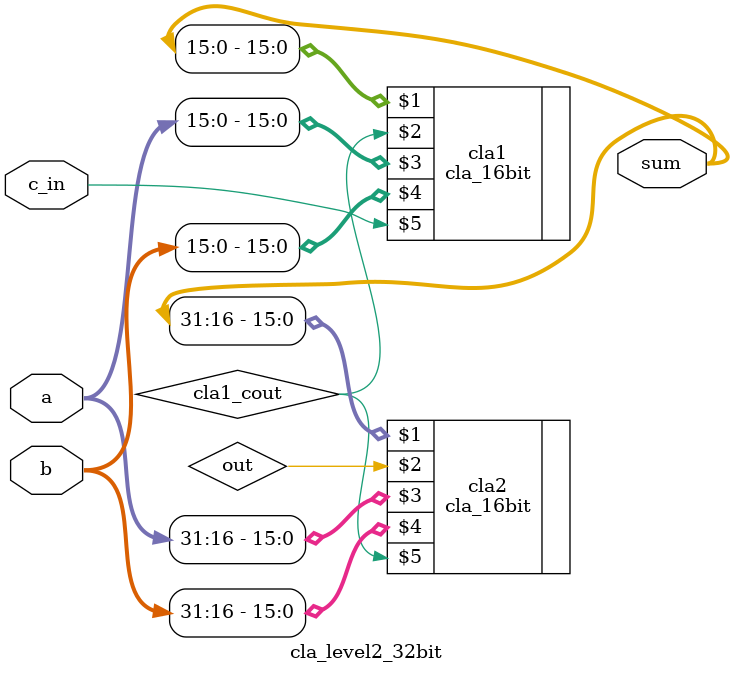
<source format=v>
module cla_level2_32bit (output [31:0] sum, input [31:0] a, input [31:0] b, input c_in);

	wire cla1_cout;
	wire out;
	
	cla_16bit cla1 (sum[15:0], cla1_cout, a[15:0], b[15:0], c_in);
	cla_16bit cla2 (sum[31:16], out, a[31:16], b[31:16], cla1_cout);

endmodule
</source>
